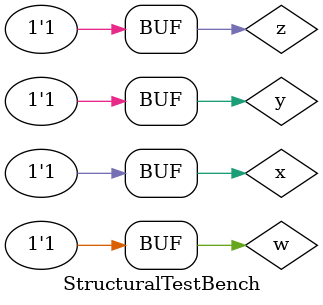
<source format=sv>
`timescale 1ns/1ns
module StructuralTestBench();
    reg w, x, y, z;
    wire [6:0]test_out;

    sevenSegmentDecoder test(w, x, y, z,test_out);
    
    initial begin
       
        w = 0; x = 0; y = 0; z = 0; #10;
        w = 0; x = 0; y = 0; z = 1; #10;
        w = 0; x = 0; y = 1; z = 0; #10;
        w = 0; x = 0; y = 1; z = 1; #10;
        w = 0; x = 1; y = 0; z = 0; #10;
        w = 0; x = 1; y = 0; z = 1; #10;
        w = 0; x = 1; y = 1; z = 0; #10;
        w = 0; x = 1; y = 1; z = 1; #10;
        w = 1; x = 0; y = 0; z = 0; #10;
        w = 1; x = 0; y = 0; z = 1; #10;
        w = 1; x = 0; y = 1; z = 0; #10;
        w = 1; x = 0; y = 1; z = 1; #10;
        w = 1; x = 1; y = 0; z = 0; #10;
        w = 1; x = 1; y = 0; z = 1; #10;
        w = 1; x = 1; y = 1; z = 0; #10;
        w = 1; x = 1; y = 1; z = 1; #10;
	#30;
     
    end
endmodule


</source>
